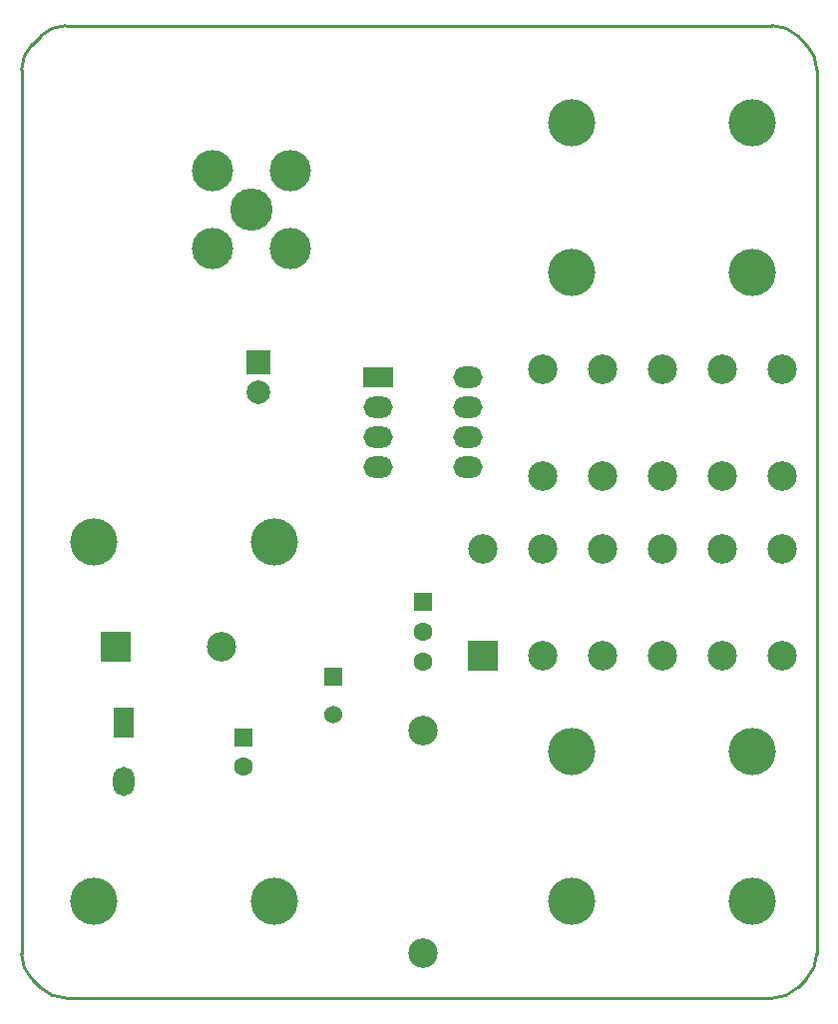
<source format=gtl>
G04 Layer_Physical_Order=1*
G04 Layer_Color=255*
%FSAX43Y43*%
%MOMM*%
G71*
G01*
G75*
%ADD10C,0.254*%
%ADD11R,2.500X2.500*%
%ADD12C,2.500*%
%ADD13O,1.800X2.500*%
%ADD14R,1.800X2.500*%
%ADD15C,1.600*%
%ADD16R,1.600X1.600*%
%ADD17R,1.600X1.600*%
%ADD18C,4.000*%
%ADD19C,1.524*%
%ADD20R,1.524X1.524*%
%ADD21O,2.500X1.800*%
%ADD22R,2.500X1.800*%
%ADD23C,3.600*%
%ADD24C,3.500*%
%ADD25R,2.500X2.500*%
%ADD26C,2.000*%
%ADD27R,2.000X2.000*%
D10*
X0130898Y0116602D02*
G03*
X0128730Y0117500I-0002168J-0002168D01*
G01*
X0068732D02*
G03*
X0066629Y0116629I0000000J-0002975D01*
G01*
X0065898Y0115898D02*
G03*
X0065000Y0113730I0002168J-0002168D01*
G01*
Y0038770D02*
G03*
X0065898Y0036602I0003066J0000000D01*
G01*
X0066602Y0035898D02*
G03*
X0068770Y0035000I0002168J0002168D01*
G01*
X0128730D02*
G03*
X0130898Y0035898I0000000J0003066D01*
G01*
X0131602Y0036602D02*
G03*
X0132500Y0038770I-0002168J0002168D01*
G01*
Y0113730D02*
G03*
X0131602Y0115898I-0003066J0000000D01*
G01*
X0065898D02*
X0066629Y0116629D01*
X0065000Y0038770D02*
Y0113730D01*
X0065898Y0036602D02*
X0066602Y0035898D01*
X0068770Y0035000D02*
X0128730D01*
X0130898Y0035898D02*
X0131602Y0036602D01*
X0132500Y0038770D02*
Y0113730D01*
X0130898Y0116602D02*
X0131602Y0115898D01*
X0068732Y0117500D02*
X0128730D01*
D11*
X0072970Y0064770D02*
D03*
D12*
X0081970D02*
D03*
X0099060Y0038855D02*
D03*
Y0057665D02*
D03*
X0104140Y0073080D02*
D03*
X0129540Y0064080D02*
D03*
Y0073080D02*
D03*
X0124460D02*
D03*
Y0064080D02*
D03*
X0119380D02*
D03*
Y0073080D02*
D03*
X0114300D02*
D03*
Y0064080D02*
D03*
X0109220D02*
D03*
Y0073080D02*
D03*
X0129540Y0079320D02*
D03*
Y0088320D02*
D03*
X0124460D02*
D03*
Y0079320D02*
D03*
X0119380D02*
D03*
Y0088320D02*
D03*
X0114300D02*
D03*
Y0079320D02*
D03*
X0109220D02*
D03*
Y0088320D02*
D03*
D13*
X0073660Y0053380D02*
D03*
D14*
Y0058380D02*
D03*
D15*
X0083820Y0054630D02*
D03*
X0099060Y0066040D02*
D03*
Y0063500D02*
D03*
D16*
X0083820Y0057130D02*
D03*
D17*
X0099060Y0068580D02*
D03*
D18*
X0071120Y0043180D02*
D03*
X0086420D02*
D03*
X0127000D02*
D03*
X0111700D02*
D03*
X0071120Y0073660D02*
D03*
X0086420D02*
D03*
X0127000Y0055880D02*
D03*
X0111700D02*
D03*
X0127000Y0096520D02*
D03*
X0111700D02*
D03*
X0127000Y0109220D02*
D03*
X0111700D02*
D03*
D19*
X0091440Y0059055D02*
D03*
D20*
Y0062230D02*
D03*
D21*
X0102870Y0080010D02*
D03*
Y0082550D02*
D03*
Y0085090D02*
D03*
Y0087630D02*
D03*
X0095250Y0080010D02*
D03*
Y0082550D02*
D03*
Y0085090D02*
D03*
D22*
Y0087630D02*
D03*
D23*
X0084540Y0101920D02*
D03*
D24*
X0087840Y0098620D02*
D03*
X0081240D02*
D03*
Y0105220D02*
D03*
X0087840D02*
D03*
D25*
X0104140Y0064080D02*
D03*
D26*
X0085090Y0086360D02*
D03*
D27*
Y0088900D02*
D03*
M02*

</source>
